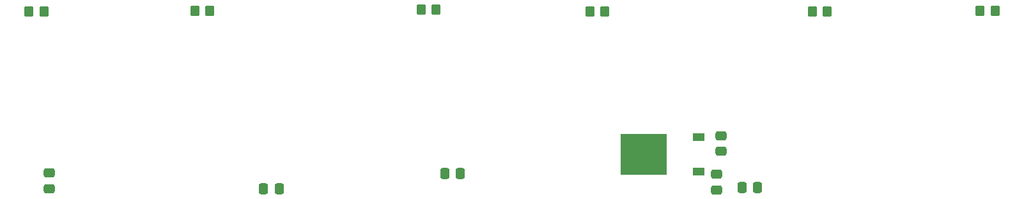
<source format=gtp>
G04 #@! TF.GenerationSoftware,KiCad,Pcbnew,7.0.5*
G04 #@! TF.CreationDate,2023-09-06T13:33:27-04:00*
G04 #@! TF.ProjectId,untitled,756e7469-746c-4656-942e-6b696361645f,rev?*
G04 #@! TF.SameCoordinates,Original*
G04 #@! TF.FileFunction,Paste,Top*
G04 #@! TF.FilePolarity,Positive*
%FSLAX46Y46*%
G04 Gerber Fmt 4.6, Leading zero omitted, Abs format (unit mm)*
G04 Created by KiCad (PCBNEW 7.0.5) date 2023-09-06 13:33:27*
%MOMM*%
%LPD*%
G01*
G04 APERTURE LIST*
G04 Aperture macros list*
%AMRoundRect*
0 Rectangle with rounded corners*
0 $1 Rounding radius*
0 $2 $3 $4 $5 $6 $7 $8 $9 X,Y pos of 4 corners*
0 Add a 4 corners polygon primitive as box body*
4,1,4,$2,$3,$4,$5,$6,$7,$8,$9,$2,$3,0*
0 Add four circle primitives for the rounded corners*
1,1,$1+$1,$2,$3*
1,1,$1+$1,$4,$5*
1,1,$1+$1,$6,$7*
1,1,$1+$1,$8,$9*
0 Add four rect primitives between the rounded corners*
20,1,$1+$1,$2,$3,$4,$5,0*
20,1,$1+$1,$4,$5,$6,$7,0*
20,1,$1+$1,$6,$7,$8,$9,0*
20,1,$1+$1,$8,$9,$2,$3,0*%
G04 Aperture macros list end*
%ADD10RoundRect,0.250000X0.475000X-0.337500X0.475000X0.337500X-0.475000X0.337500X-0.475000X-0.337500X0*%
%ADD11RoundRect,0.250000X0.337500X0.475000X-0.337500X0.475000X-0.337500X-0.475000X0.337500X-0.475000X0*%
%ADD12RoundRect,0.250000X-0.350000X-0.450000X0.350000X-0.450000X0.350000X0.450000X-0.350000X0.450000X0*%
%ADD13RoundRect,0.250000X-0.475000X0.337500X-0.475000X-0.337500X0.475000X-0.337500X0.475000X0.337500X0*%
%ADD14R,1.600000X1.000000*%
%ADD15R,6.200000X5.400000*%
G04 APERTURE END LIST*
D10*
X95631000Y-114808000D03*
X95631000Y-112733000D03*
D11*
X150114000Y-112776000D03*
X148039000Y-112776000D03*
D12*
X144907000Y-91059000D03*
X146907000Y-91059000D03*
D10*
X184658000Y-109855000D03*
X184658000Y-107780000D03*
D11*
X189484000Y-114681000D03*
X187409000Y-114681000D03*
D13*
X184023000Y-112903000D03*
X184023000Y-114978000D03*
D12*
X218948000Y-91186000D03*
X220948000Y-91186000D03*
D11*
X126111000Y-114808000D03*
X124036000Y-114808000D03*
D14*
X181711000Y-112516000D03*
X181711000Y-107956000D03*
D15*
X174411000Y-110236000D03*
D12*
X167259000Y-91313000D03*
X169259000Y-91313000D03*
X114935000Y-91186000D03*
X116935000Y-91186000D03*
X196723000Y-91313000D03*
X198723000Y-91313000D03*
X92964000Y-91313000D03*
X94964000Y-91313000D03*
M02*

</source>
